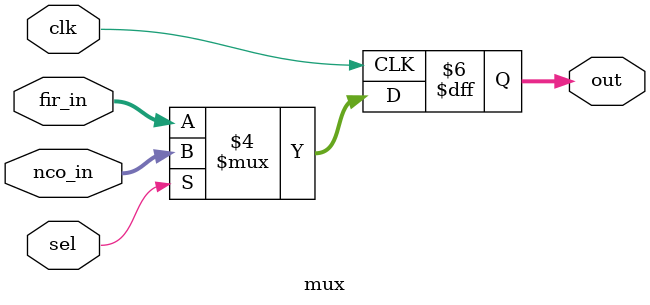
<source format=v>
module mux (
    nco_in,
    fir_in,
    sel,
    clk,
    out
);
  input [11:0] nco_in, fir_in;
  input sel, clk;
  output [11:0] out;
  reg [11:0] out;
  always @(posedge clk) begin
    if (sel == 1'b1) begin
      out <= nco_in;
    end else begin
      out <= fir_in;
    end

  end
endmodule

</source>
